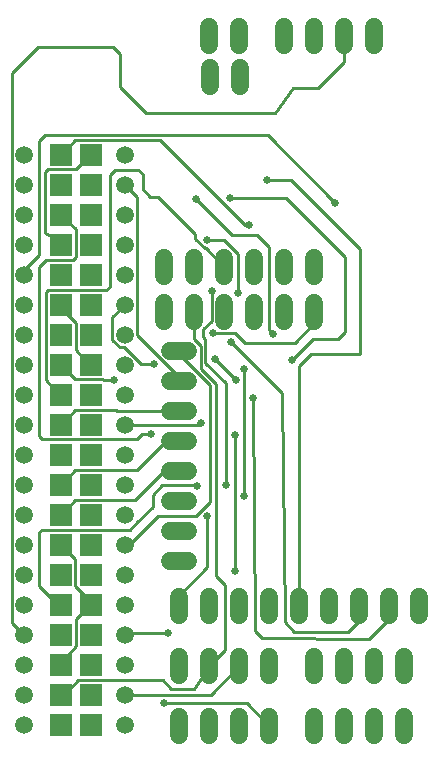
<source format=gbl>
G75*
%MOIN*%
%OFA0B0*%
%FSLAX25Y25*%
%IPPOS*%
%LPD*%
%AMOC8*
5,1,8,0,0,1.08239X$1,22.5*
%
%ADD10C,0.06000*%
%ADD11R,0.07400X0.07400*%
%ADD12C,0.05937*%
%ADD13C,0.01000*%
%ADD14C,0.02600*%
D10*
X0058300Y0039606D02*
X0058300Y0045606D01*
X0068300Y0045606D02*
X0068300Y0039606D01*
X0078300Y0039606D02*
X0078300Y0045606D01*
X0088300Y0045606D02*
X0088300Y0039606D01*
X0088300Y0059606D02*
X0088300Y0065606D01*
X0078300Y0065606D02*
X0078300Y0059606D01*
X0068300Y0059606D02*
X0068300Y0065606D01*
X0058300Y0065606D02*
X0058300Y0059606D01*
X0058300Y0079606D02*
X0058300Y0085606D01*
X0061300Y0097606D02*
X0055300Y0097606D01*
X0055300Y0107606D02*
X0061300Y0107606D01*
X0061300Y0117606D02*
X0055300Y0117606D01*
X0055300Y0127606D02*
X0061300Y0127606D01*
X0061300Y0137606D02*
X0055300Y0137606D01*
X0055300Y0147606D02*
X0061300Y0147606D01*
X0061300Y0157606D02*
X0055300Y0157606D01*
X0055300Y0167606D02*
X0061300Y0167606D01*
X0063300Y0177606D02*
X0063300Y0183606D01*
X0063300Y0192606D02*
X0063300Y0198606D01*
X0053300Y0198606D02*
X0053300Y0192606D01*
X0053300Y0183606D02*
X0053300Y0177606D01*
X0073300Y0177606D02*
X0073300Y0183606D01*
X0073300Y0192606D02*
X0073300Y0198606D01*
X0083300Y0198606D02*
X0083300Y0192606D01*
X0083300Y0183606D02*
X0083300Y0177606D01*
X0093300Y0177606D02*
X0093300Y0183606D01*
X0093300Y0192606D02*
X0093300Y0198606D01*
X0103300Y0198606D02*
X0103300Y0192606D01*
X0103300Y0183606D02*
X0103300Y0177606D01*
X0078540Y0255946D02*
X0078540Y0261946D01*
X0078300Y0269606D02*
X0078300Y0275606D01*
X0068300Y0275606D02*
X0068300Y0269606D01*
X0068540Y0261946D02*
X0068540Y0255946D01*
X0093300Y0269606D02*
X0093300Y0275606D01*
X0103300Y0275606D02*
X0103300Y0269606D01*
X0113300Y0269606D02*
X0113300Y0275606D01*
X0123300Y0275606D02*
X0123300Y0269606D01*
X0118300Y0085606D02*
X0118300Y0079606D01*
X0128300Y0079606D02*
X0128300Y0085606D01*
X0138300Y0085606D02*
X0138300Y0079606D01*
X0133040Y0065446D02*
X0133040Y0059446D01*
X0123040Y0059446D02*
X0123040Y0065446D01*
X0113040Y0065446D02*
X0113040Y0059446D01*
X0103040Y0059446D02*
X0103040Y0065446D01*
X0098300Y0079606D02*
X0098300Y0085606D01*
X0088300Y0085606D02*
X0088300Y0079606D01*
X0078300Y0079606D02*
X0078300Y0085606D01*
X0068300Y0085606D02*
X0068300Y0079606D01*
X0103300Y0045606D02*
X0103300Y0039606D01*
X0113300Y0039606D02*
X0113300Y0045606D01*
X0123300Y0045606D02*
X0123300Y0039606D01*
X0133300Y0039606D02*
X0133300Y0045606D01*
X0108300Y0079606D02*
X0108300Y0085606D01*
D11*
X0028694Y0082968D03*
X0028694Y0092968D03*
X0028694Y0102968D03*
X0028694Y0112968D03*
X0028694Y0122968D03*
X0028694Y0132968D03*
X0028694Y0142968D03*
X0028694Y0152968D03*
X0028694Y0162968D03*
X0028694Y0172968D03*
X0028694Y0182968D03*
X0028694Y0192968D03*
X0028694Y0202968D03*
X0028694Y0212968D03*
X0028694Y0222968D03*
X0028694Y0232968D03*
X0018694Y0232968D03*
X0018694Y0222968D03*
X0018694Y0212968D03*
X0018694Y0202968D03*
X0018694Y0192968D03*
X0018694Y0182968D03*
X0018694Y0172968D03*
X0018694Y0162968D03*
X0018694Y0152968D03*
X0018694Y0142968D03*
X0018694Y0132968D03*
X0018694Y0122968D03*
X0018694Y0112968D03*
X0018694Y0102968D03*
X0018694Y0092968D03*
X0018694Y0082968D03*
X0018694Y0072968D03*
X0018694Y0062968D03*
X0018694Y0052968D03*
X0018694Y0042968D03*
X0028694Y0042968D03*
X0028694Y0052968D03*
X0028694Y0062968D03*
X0028694Y0072968D03*
D12*
X0006489Y0042929D03*
X0006489Y0052929D03*
X0006489Y0062929D03*
X0006489Y0072929D03*
X0006489Y0082929D03*
X0006489Y0092929D03*
X0006489Y0102929D03*
X0006489Y0112929D03*
X0006489Y0122929D03*
X0006489Y0132929D03*
X0006489Y0142929D03*
X0006489Y0152929D03*
X0006489Y0162929D03*
X0006489Y0172929D03*
X0006489Y0182929D03*
X0006489Y0192929D03*
X0006489Y0202929D03*
X0006489Y0212929D03*
X0006489Y0222929D03*
X0006489Y0232929D03*
X0040111Y0232929D03*
X0040111Y0222929D03*
X0040111Y0212929D03*
X0040111Y0202929D03*
X0040111Y0192929D03*
X0040111Y0182929D03*
X0040111Y0172929D03*
X0040111Y0162929D03*
X0040111Y0152929D03*
X0040111Y0142929D03*
X0040111Y0132929D03*
X0040111Y0122929D03*
X0040111Y0112929D03*
X0040111Y0102929D03*
X0040111Y0092929D03*
X0040111Y0082929D03*
X0040111Y0072929D03*
X0040111Y0062929D03*
X0040111Y0052929D03*
X0040111Y0042929D03*
D13*
X0040111Y0052929D02*
X0040200Y0053006D01*
X0068700Y0053006D01*
X0078300Y0062606D01*
X0073400Y0067806D02*
X0068600Y0063006D01*
X0068300Y0062606D01*
X0063200Y0055006D01*
X0055600Y0055006D01*
X0052800Y0057806D01*
X0024500Y0057806D01*
X0019700Y0053006D01*
X0018700Y0053006D01*
X0018694Y0052968D01*
X0018694Y0062968D02*
X0018700Y0063006D01*
X0018700Y0064006D01*
X0023800Y0069106D01*
X0023800Y0078106D01*
X0028300Y0082606D01*
X0028694Y0082968D01*
X0028600Y0083006D01*
X0028600Y0084106D01*
X0023500Y0089206D01*
X0023500Y0098106D01*
X0018700Y0102906D01*
X0018694Y0102968D01*
X0012600Y0108006D02*
X0011500Y0107106D01*
X0011500Y0089306D01*
X0018000Y0082806D01*
X0018694Y0082968D01*
X0006489Y0072929D02*
X0006400Y0073006D01*
X0002500Y0077006D01*
X0002500Y0260306D01*
X0011040Y0268946D01*
X0036040Y0268946D01*
X0038540Y0266446D01*
X0038540Y0255546D01*
X0047240Y0246846D01*
X0090240Y0246846D01*
X0096240Y0255346D01*
X0104540Y0255346D01*
X0105000Y0255506D01*
X0105240Y0255946D01*
X0113240Y0263946D01*
X0113240Y0272546D01*
X0113300Y0272606D01*
X0087900Y0239406D02*
X0110300Y0217006D01*
X0093780Y0218706D02*
X0113540Y0198946D01*
X0113540Y0173946D01*
X0111040Y0171446D01*
X0102940Y0171446D01*
X0095900Y0164406D01*
X0098300Y0162406D02*
X0102340Y0166446D01*
X0118540Y0166446D01*
X0118540Y0201446D01*
X0095480Y0224506D01*
X0087600Y0224506D01*
X0093780Y0218706D02*
X0075200Y0218706D01*
X0080100Y0209406D02*
X0051700Y0237806D01*
X0023500Y0237806D01*
X0018700Y0233006D01*
X0018694Y0232968D01*
X0014600Y0228106D02*
X0023800Y0228106D01*
X0028600Y0232906D01*
X0028694Y0232968D01*
X0035140Y0226146D02*
X0036940Y0227946D01*
X0044540Y0227946D01*
X0046040Y0226446D01*
X0046040Y0221446D01*
X0048540Y0218946D01*
X0051040Y0218946D01*
X0063540Y0206446D01*
X0063540Y0204946D01*
X0066740Y0201746D01*
X0067160Y0201746D01*
X0073300Y0195606D01*
X0077900Y0199806D02*
X0073200Y0204506D01*
X0067600Y0204506D01*
X0075800Y0206306D02*
X0064000Y0218106D01*
X0075800Y0206306D02*
X0084180Y0206306D01*
X0088140Y0202346D01*
X0088140Y0174466D01*
X0089500Y0173106D01*
X0089500Y0173306D01*
X0096700Y0170206D02*
X0080100Y0170206D01*
X0076800Y0173506D01*
X0069400Y0173506D01*
X0067000Y0171506D02*
X0066300Y0172206D01*
X0066300Y0174806D01*
X0069200Y0177706D01*
X0069200Y0187506D01*
X0063300Y0180606D02*
X0063300Y0171406D01*
X0065400Y0169306D01*
X0065400Y0161606D01*
X0070600Y0156406D01*
X0070600Y0092506D01*
X0073400Y0089706D01*
X0073400Y0067806D01*
X0083500Y0074106D02*
X0083000Y0152006D01*
X0077200Y0157806D02*
X0070100Y0164906D01*
X0070100Y0165006D01*
X0067000Y0163606D02*
X0067000Y0171506D01*
X0067000Y0163606D02*
X0073700Y0156906D01*
X0073700Y0123006D01*
X0068500Y0117206D02*
X0063800Y0112506D01*
X0051100Y0112506D01*
X0041600Y0103006D01*
X0040111Y0102929D01*
X0041800Y0108006D02*
X0012600Y0108006D01*
X0018694Y0112968D02*
X0018700Y0113006D01*
X0023500Y0118006D01*
X0043600Y0118006D01*
X0052940Y0127346D01*
X0058040Y0127346D01*
X0058300Y0127606D01*
X0052540Y0122746D02*
X0064160Y0122746D01*
X0064300Y0122606D01*
X0068500Y0117206D02*
X0068500Y0156206D01*
X0058300Y0166406D01*
X0058300Y0167606D01*
X0058300Y0158806D02*
X0044200Y0172906D01*
X0044200Y0218906D01*
X0040200Y0222906D01*
X0040111Y0222929D01*
X0035140Y0226146D02*
X0035140Y0188946D01*
X0034000Y0187806D01*
X0014500Y0187806D01*
X0013800Y0187106D01*
X0013800Y0157806D01*
X0018600Y0153006D01*
X0018694Y0152968D01*
X0023500Y0158106D02*
X0018700Y0162906D01*
X0018694Y0162968D01*
X0023500Y0158106D02*
X0032800Y0158106D01*
X0032900Y0158006D01*
X0036600Y0158006D01*
X0037340Y0147946D02*
X0037680Y0147606D01*
X0058300Y0147606D01*
X0064700Y0143006D02*
X0040200Y0143006D01*
X0040111Y0142929D01*
X0037340Y0147946D02*
X0023640Y0147946D01*
X0018700Y0143006D01*
X0018694Y0142968D01*
X0012600Y0138106D02*
X0011400Y0139306D01*
X0011400Y0195506D01*
X0013800Y0197906D01*
X0022800Y0197906D01*
X0023700Y0198806D01*
X0023700Y0208106D01*
X0018700Y0212906D01*
X0018694Y0212968D01*
X0013600Y0206906D02*
X0013600Y0227106D01*
X0014600Y0228106D01*
X0011600Y0237606D02*
X0013540Y0239546D01*
X0015960Y0239546D01*
X0016100Y0239406D01*
X0087900Y0239406D01*
X0081400Y0209406D02*
X0080100Y0209406D01*
X0077900Y0199806D02*
X0077900Y0187006D01*
X0075500Y0170406D02*
X0092400Y0153506D01*
X0093400Y0077206D01*
X0096600Y0074006D01*
X0114500Y0074006D01*
X0118100Y0077606D01*
X0118300Y0082606D01*
X0128100Y0078106D02*
X0121400Y0071406D01*
X0085700Y0071906D01*
X0083500Y0074106D01*
X0098300Y0082606D02*
X0098300Y0162406D01*
X0096700Y0170206D02*
X0103300Y0176806D01*
X0103300Y0180606D01*
X0079900Y0161606D02*
X0079900Y0119206D01*
X0067500Y0112406D02*
X0067500Y0095406D01*
X0058300Y0086006D01*
X0058300Y0082606D01*
X0054400Y0073506D02*
X0040700Y0073506D01*
X0040200Y0073006D01*
X0040111Y0072929D01*
X0053200Y0050206D02*
X0080700Y0050206D01*
X0088300Y0042606D01*
X0076800Y0094106D02*
X0076800Y0139706D01*
X0065400Y0143706D02*
X0064700Y0143006D01*
X0058300Y0137606D02*
X0054000Y0137606D01*
X0044200Y0128006D01*
X0023500Y0128006D01*
X0018700Y0123006D01*
X0018694Y0122968D01*
X0012600Y0138106D02*
X0044100Y0138106D01*
X0045900Y0139906D01*
X0049000Y0139906D01*
X0052540Y0122746D02*
X0049400Y0119606D01*
X0049400Y0115706D01*
X0044200Y0110406D01*
X0041800Y0108006D01*
X0058300Y0157606D02*
X0058300Y0158806D01*
X0049800Y0163306D02*
X0045500Y0163306D01*
X0040000Y0168806D01*
X0038400Y0168806D01*
X0036000Y0171206D01*
X0036000Y0178806D01*
X0040100Y0182906D01*
X0040111Y0182929D01*
X0023800Y0167806D02*
X0028600Y0163006D01*
X0028694Y0162968D01*
X0023800Y0167806D02*
X0023800Y0176906D01*
X0018700Y0182006D01*
X0018700Y0182906D01*
X0018694Y0182968D01*
X0006489Y0192929D02*
X0006500Y0194506D01*
X0011600Y0199606D01*
X0011600Y0237606D01*
X0013600Y0206906D02*
X0018600Y0204106D01*
X0018600Y0203006D01*
X0018694Y0202968D01*
X0128300Y0082606D02*
X0128100Y0078106D01*
D14*
X0079900Y0119206D03*
X0073700Y0123006D03*
X0067500Y0112406D03*
X0064300Y0122606D03*
X0076800Y0139706D03*
X0083000Y0152006D03*
X0077200Y0157806D03*
X0079900Y0161606D03*
X0075500Y0170406D03*
X0070100Y0165006D03*
X0069400Y0173506D03*
X0069200Y0187506D03*
X0077900Y0187006D03*
X0089500Y0173306D03*
X0095900Y0164406D03*
X0067600Y0204506D03*
X0064000Y0218106D03*
X0075200Y0218706D03*
X0081400Y0209406D03*
X0087600Y0224506D03*
X0110300Y0217006D03*
X0065400Y0143706D03*
X0049000Y0139906D03*
X0036600Y0158006D03*
X0049800Y0163306D03*
X0076800Y0094106D03*
X0054400Y0073506D03*
X0053200Y0050206D03*
M02*

</source>
